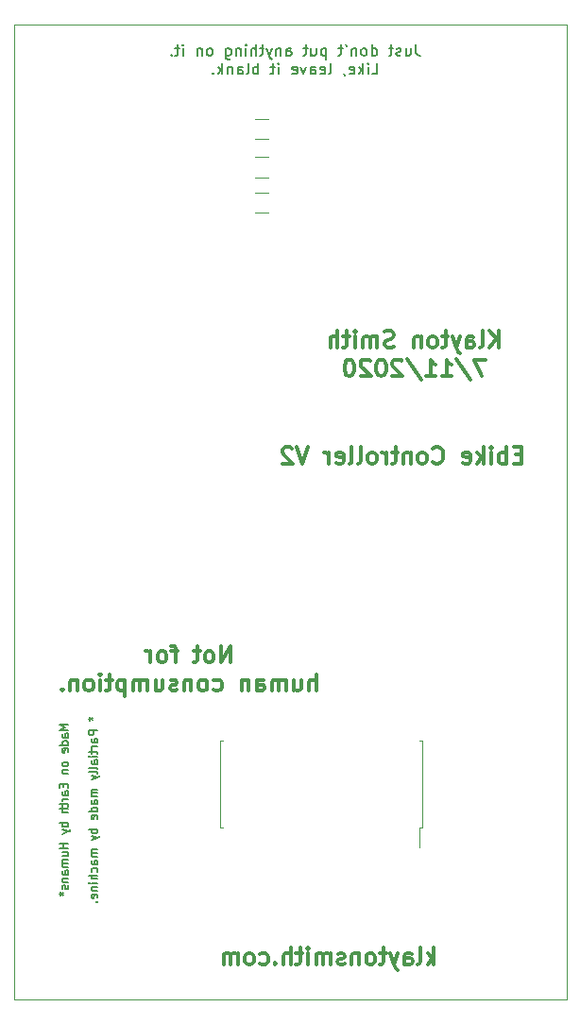
<source format=gbr>
G04 #@! TF.GenerationSoftware,KiCad,Pcbnew,(5.1.5)-3*
G04 #@! TF.CreationDate,2020-08-07T20:28:23-04:00*
G04 #@! TF.ProjectId,Ebike Board,4562696b-6520-4426-9f61-72642e6b6963,rev?*
G04 #@! TF.SameCoordinates,Original*
G04 #@! TF.FileFunction,Legend,Bot*
G04 #@! TF.FilePolarity,Positive*
%FSLAX46Y46*%
G04 Gerber Fmt 4.6, Leading zero omitted, Abs format (unit mm)*
G04 Created by KiCad (PCBNEW (5.1.5)-3) date 2020-08-07 20:28:23*
%MOMM*%
%LPD*%
G04 APERTURE LIST*
%ADD10C,0.050000*%
%ADD11C,0.300000*%
%ADD12C,0.150000*%
%ADD13C,0.187500*%
%ADD14C,0.120000*%
G04 APERTURE END LIST*
D10*
X111000000Y-157100000D02*
X111000000Y-69700000D01*
X160500000Y-157100000D02*
X111000000Y-157100000D01*
X160500000Y-69700000D02*
X160500000Y-157100000D01*
X111000000Y-69700000D02*
X160500000Y-69700000D01*
D11*
X148628571Y-153978571D02*
X148628571Y-152478571D01*
X148485714Y-153407142D02*
X148057142Y-153978571D01*
X148057142Y-152978571D02*
X148628571Y-153550000D01*
X147200000Y-153978571D02*
X147342857Y-153907142D01*
X147414285Y-153764285D01*
X147414285Y-152478571D01*
X145985714Y-153978571D02*
X145985714Y-153192857D01*
X146057142Y-153050000D01*
X146200000Y-152978571D01*
X146485714Y-152978571D01*
X146628571Y-153050000D01*
X145985714Y-153907142D02*
X146128571Y-153978571D01*
X146485714Y-153978571D01*
X146628571Y-153907142D01*
X146700000Y-153764285D01*
X146700000Y-153621428D01*
X146628571Y-153478571D01*
X146485714Y-153407142D01*
X146128571Y-153407142D01*
X145985714Y-153335714D01*
X145414285Y-152978571D02*
X145057142Y-153978571D01*
X144700000Y-152978571D02*
X145057142Y-153978571D01*
X145200000Y-154335714D01*
X145271428Y-154407142D01*
X145414285Y-154478571D01*
X144342857Y-152978571D02*
X143771428Y-152978571D01*
X144128571Y-152478571D02*
X144128571Y-153764285D01*
X144057142Y-153907142D01*
X143914285Y-153978571D01*
X143771428Y-153978571D01*
X143057142Y-153978571D02*
X143200000Y-153907142D01*
X143271428Y-153835714D01*
X143342857Y-153692857D01*
X143342857Y-153264285D01*
X143271428Y-153121428D01*
X143200000Y-153050000D01*
X143057142Y-152978571D01*
X142842857Y-152978571D01*
X142700000Y-153050000D01*
X142628571Y-153121428D01*
X142557142Y-153264285D01*
X142557142Y-153692857D01*
X142628571Y-153835714D01*
X142700000Y-153907142D01*
X142842857Y-153978571D01*
X143057142Y-153978571D01*
X141914285Y-152978571D02*
X141914285Y-153978571D01*
X141914285Y-153121428D02*
X141842857Y-153050000D01*
X141700000Y-152978571D01*
X141485714Y-152978571D01*
X141342857Y-153050000D01*
X141271428Y-153192857D01*
X141271428Y-153978571D01*
X140628571Y-153907142D02*
X140485714Y-153978571D01*
X140200000Y-153978571D01*
X140057142Y-153907142D01*
X139985714Y-153764285D01*
X139985714Y-153692857D01*
X140057142Y-153550000D01*
X140200000Y-153478571D01*
X140414285Y-153478571D01*
X140557142Y-153407142D01*
X140628571Y-153264285D01*
X140628571Y-153192857D01*
X140557142Y-153050000D01*
X140414285Y-152978571D01*
X140200000Y-152978571D01*
X140057142Y-153050000D01*
X139342857Y-153978571D02*
X139342857Y-152978571D01*
X139342857Y-153121428D02*
X139271428Y-153050000D01*
X139128571Y-152978571D01*
X138914285Y-152978571D01*
X138771428Y-153050000D01*
X138700000Y-153192857D01*
X138700000Y-153978571D01*
X138700000Y-153192857D02*
X138628571Y-153050000D01*
X138485714Y-152978571D01*
X138271428Y-152978571D01*
X138128571Y-153050000D01*
X138057142Y-153192857D01*
X138057142Y-153978571D01*
X137342857Y-153978571D02*
X137342857Y-152978571D01*
X137342857Y-152478571D02*
X137414285Y-152550000D01*
X137342857Y-152621428D01*
X137271428Y-152550000D01*
X137342857Y-152478571D01*
X137342857Y-152621428D01*
X136842857Y-152978571D02*
X136271428Y-152978571D01*
X136628571Y-152478571D02*
X136628571Y-153764285D01*
X136557142Y-153907142D01*
X136414285Y-153978571D01*
X136271428Y-153978571D01*
X135771428Y-153978571D02*
X135771428Y-152478571D01*
X135128571Y-153978571D02*
X135128571Y-153192857D01*
X135200000Y-153050000D01*
X135342857Y-152978571D01*
X135557142Y-152978571D01*
X135700000Y-153050000D01*
X135771428Y-153121428D01*
X134414285Y-153835714D02*
X134342857Y-153907142D01*
X134414285Y-153978571D01*
X134485714Y-153907142D01*
X134414285Y-153835714D01*
X134414285Y-153978571D01*
X133057142Y-153907142D02*
X133200000Y-153978571D01*
X133485714Y-153978571D01*
X133628571Y-153907142D01*
X133700000Y-153835714D01*
X133771428Y-153692857D01*
X133771428Y-153264285D01*
X133700000Y-153121428D01*
X133628571Y-153050000D01*
X133485714Y-152978571D01*
X133200000Y-152978571D01*
X133057142Y-153050000D01*
X132200000Y-153978571D02*
X132342857Y-153907142D01*
X132414285Y-153835714D01*
X132485714Y-153692857D01*
X132485714Y-153264285D01*
X132414285Y-153121428D01*
X132342857Y-153050000D01*
X132200000Y-152978571D01*
X131985714Y-152978571D01*
X131842857Y-153050000D01*
X131771428Y-153121428D01*
X131700000Y-153264285D01*
X131700000Y-153692857D01*
X131771428Y-153835714D01*
X131842857Y-153907142D01*
X131985714Y-153978571D01*
X132200000Y-153978571D01*
X131057142Y-153978571D02*
X131057142Y-152978571D01*
X131057142Y-153121428D02*
X130985714Y-153050000D01*
X130842857Y-152978571D01*
X130628571Y-152978571D01*
X130485714Y-153050000D01*
X130414285Y-153192857D01*
X130414285Y-153978571D01*
X130414285Y-153192857D02*
X130342857Y-153050000D01*
X130200000Y-152978571D01*
X129985714Y-152978571D01*
X129842857Y-153050000D01*
X129771428Y-153192857D01*
X129771428Y-153978571D01*
D12*
X147009523Y-71527380D02*
X147009523Y-72241666D01*
X147057142Y-72384523D01*
X147152380Y-72479761D01*
X147295238Y-72527380D01*
X147390476Y-72527380D01*
X146104761Y-71860714D02*
X146104761Y-72527380D01*
X146533333Y-71860714D02*
X146533333Y-72384523D01*
X146485714Y-72479761D01*
X146390476Y-72527380D01*
X146247619Y-72527380D01*
X146152380Y-72479761D01*
X146104761Y-72432142D01*
X145676190Y-72479761D02*
X145580952Y-72527380D01*
X145390476Y-72527380D01*
X145295238Y-72479761D01*
X145247619Y-72384523D01*
X145247619Y-72336904D01*
X145295238Y-72241666D01*
X145390476Y-72194047D01*
X145533333Y-72194047D01*
X145628571Y-72146428D01*
X145676190Y-72051190D01*
X145676190Y-72003571D01*
X145628571Y-71908333D01*
X145533333Y-71860714D01*
X145390476Y-71860714D01*
X145295238Y-71908333D01*
X144961904Y-71860714D02*
X144580952Y-71860714D01*
X144819047Y-71527380D02*
X144819047Y-72384523D01*
X144771428Y-72479761D01*
X144676190Y-72527380D01*
X144580952Y-72527380D01*
X143057142Y-72527380D02*
X143057142Y-71527380D01*
X143057142Y-72479761D02*
X143152380Y-72527380D01*
X143342857Y-72527380D01*
X143438095Y-72479761D01*
X143485714Y-72432142D01*
X143533333Y-72336904D01*
X143533333Y-72051190D01*
X143485714Y-71955952D01*
X143438095Y-71908333D01*
X143342857Y-71860714D01*
X143152380Y-71860714D01*
X143057142Y-71908333D01*
X142438095Y-72527380D02*
X142533333Y-72479761D01*
X142580952Y-72432142D01*
X142628571Y-72336904D01*
X142628571Y-72051190D01*
X142580952Y-71955952D01*
X142533333Y-71908333D01*
X142438095Y-71860714D01*
X142295238Y-71860714D01*
X142200000Y-71908333D01*
X142152380Y-71955952D01*
X142104761Y-72051190D01*
X142104761Y-72336904D01*
X142152380Y-72432142D01*
X142200000Y-72479761D01*
X142295238Y-72527380D01*
X142438095Y-72527380D01*
X141676190Y-71860714D02*
X141676190Y-72527380D01*
X141676190Y-71955952D02*
X141628571Y-71908333D01*
X141533333Y-71860714D01*
X141390476Y-71860714D01*
X141295238Y-71908333D01*
X141247619Y-72003571D01*
X141247619Y-72527380D01*
X140723809Y-71527380D02*
X140819047Y-71717857D01*
X140438095Y-71860714D02*
X140057142Y-71860714D01*
X140295238Y-71527380D02*
X140295238Y-72384523D01*
X140247619Y-72479761D01*
X140152380Y-72527380D01*
X140057142Y-72527380D01*
X138961904Y-71860714D02*
X138961904Y-72860714D01*
X138961904Y-71908333D02*
X138866666Y-71860714D01*
X138676190Y-71860714D01*
X138580952Y-71908333D01*
X138533333Y-71955952D01*
X138485714Y-72051190D01*
X138485714Y-72336904D01*
X138533333Y-72432142D01*
X138580952Y-72479761D01*
X138676190Y-72527380D01*
X138866666Y-72527380D01*
X138961904Y-72479761D01*
X137628571Y-71860714D02*
X137628571Y-72527380D01*
X138057142Y-71860714D02*
X138057142Y-72384523D01*
X138009523Y-72479761D01*
X137914285Y-72527380D01*
X137771428Y-72527380D01*
X137676190Y-72479761D01*
X137628571Y-72432142D01*
X137295238Y-71860714D02*
X136914285Y-71860714D01*
X137152380Y-71527380D02*
X137152380Y-72384523D01*
X137104761Y-72479761D01*
X137009523Y-72527380D01*
X136914285Y-72527380D01*
X135390476Y-72527380D02*
X135390476Y-72003571D01*
X135438095Y-71908333D01*
X135533333Y-71860714D01*
X135723809Y-71860714D01*
X135819047Y-71908333D01*
X135390476Y-72479761D02*
X135485714Y-72527380D01*
X135723809Y-72527380D01*
X135819047Y-72479761D01*
X135866666Y-72384523D01*
X135866666Y-72289285D01*
X135819047Y-72194047D01*
X135723809Y-72146428D01*
X135485714Y-72146428D01*
X135390476Y-72098809D01*
X134914285Y-71860714D02*
X134914285Y-72527380D01*
X134914285Y-71955952D02*
X134866666Y-71908333D01*
X134771428Y-71860714D01*
X134628571Y-71860714D01*
X134533333Y-71908333D01*
X134485714Y-72003571D01*
X134485714Y-72527380D01*
X134104761Y-71860714D02*
X133866666Y-72527380D01*
X133628571Y-71860714D02*
X133866666Y-72527380D01*
X133961904Y-72765476D01*
X134009523Y-72813095D01*
X134104761Y-72860714D01*
X133390476Y-71860714D02*
X133009523Y-71860714D01*
X133247619Y-71527380D02*
X133247619Y-72384523D01*
X133200000Y-72479761D01*
X133104761Y-72527380D01*
X133009523Y-72527380D01*
X132676190Y-72527380D02*
X132676190Y-71527380D01*
X132247619Y-72527380D02*
X132247619Y-72003571D01*
X132295238Y-71908333D01*
X132390476Y-71860714D01*
X132533333Y-71860714D01*
X132628571Y-71908333D01*
X132676190Y-71955952D01*
X131771428Y-72527380D02*
X131771428Y-71860714D01*
X131771428Y-71527380D02*
X131819047Y-71575000D01*
X131771428Y-71622619D01*
X131723809Y-71575000D01*
X131771428Y-71527380D01*
X131771428Y-71622619D01*
X131295238Y-71860714D02*
X131295238Y-72527380D01*
X131295238Y-71955952D02*
X131247619Y-71908333D01*
X131152380Y-71860714D01*
X131009523Y-71860714D01*
X130914285Y-71908333D01*
X130866666Y-72003571D01*
X130866666Y-72527380D01*
X129961904Y-71860714D02*
X129961904Y-72670238D01*
X130009523Y-72765476D01*
X130057142Y-72813095D01*
X130152380Y-72860714D01*
X130295238Y-72860714D01*
X130390476Y-72813095D01*
X129961904Y-72479761D02*
X130057142Y-72527380D01*
X130247619Y-72527380D01*
X130342857Y-72479761D01*
X130390476Y-72432142D01*
X130438095Y-72336904D01*
X130438095Y-72051190D01*
X130390476Y-71955952D01*
X130342857Y-71908333D01*
X130247619Y-71860714D01*
X130057142Y-71860714D01*
X129961904Y-71908333D01*
X128580952Y-72527380D02*
X128676190Y-72479761D01*
X128723809Y-72432142D01*
X128771428Y-72336904D01*
X128771428Y-72051190D01*
X128723809Y-71955952D01*
X128676190Y-71908333D01*
X128580952Y-71860714D01*
X128438095Y-71860714D01*
X128342857Y-71908333D01*
X128295238Y-71955952D01*
X128247619Y-72051190D01*
X128247619Y-72336904D01*
X128295238Y-72432142D01*
X128342857Y-72479761D01*
X128438095Y-72527380D01*
X128580952Y-72527380D01*
X127819047Y-71860714D02*
X127819047Y-72527380D01*
X127819047Y-71955952D02*
X127771428Y-71908333D01*
X127676190Y-71860714D01*
X127533333Y-71860714D01*
X127438095Y-71908333D01*
X127390476Y-72003571D01*
X127390476Y-72527380D01*
X126152380Y-72527380D02*
X126152380Y-71860714D01*
X126152380Y-71527380D02*
X126200000Y-71575000D01*
X126152380Y-71622619D01*
X126104761Y-71575000D01*
X126152380Y-71527380D01*
X126152380Y-71622619D01*
X125819047Y-71860714D02*
X125438095Y-71860714D01*
X125676190Y-71527380D02*
X125676190Y-72384523D01*
X125628571Y-72479761D01*
X125533333Y-72527380D01*
X125438095Y-72527380D01*
X125104761Y-72432142D02*
X125057142Y-72479761D01*
X125104761Y-72527380D01*
X125152380Y-72479761D01*
X125104761Y-72432142D01*
X125104761Y-72527380D01*
X143080952Y-74177380D02*
X143557142Y-74177380D01*
X143557142Y-73177380D01*
X142747619Y-74177380D02*
X142747619Y-73510714D01*
X142747619Y-73177380D02*
X142795238Y-73225000D01*
X142747619Y-73272619D01*
X142700000Y-73225000D01*
X142747619Y-73177380D01*
X142747619Y-73272619D01*
X142271428Y-74177380D02*
X142271428Y-73177380D01*
X142176190Y-73796428D02*
X141890476Y-74177380D01*
X141890476Y-73510714D02*
X142271428Y-73891666D01*
X141080952Y-74129761D02*
X141176190Y-74177380D01*
X141366666Y-74177380D01*
X141461904Y-74129761D01*
X141509523Y-74034523D01*
X141509523Y-73653571D01*
X141461904Y-73558333D01*
X141366666Y-73510714D01*
X141176190Y-73510714D01*
X141080952Y-73558333D01*
X141033333Y-73653571D01*
X141033333Y-73748809D01*
X141509523Y-73844047D01*
X140557142Y-74129761D02*
X140557142Y-74177380D01*
X140604761Y-74272619D01*
X140652380Y-74320238D01*
X139223809Y-74177380D02*
X139319047Y-74129761D01*
X139366666Y-74034523D01*
X139366666Y-73177380D01*
X138461904Y-74129761D02*
X138557142Y-74177380D01*
X138747619Y-74177380D01*
X138842857Y-74129761D01*
X138890476Y-74034523D01*
X138890476Y-73653571D01*
X138842857Y-73558333D01*
X138747619Y-73510714D01*
X138557142Y-73510714D01*
X138461904Y-73558333D01*
X138414285Y-73653571D01*
X138414285Y-73748809D01*
X138890476Y-73844047D01*
X137557142Y-74177380D02*
X137557142Y-73653571D01*
X137604761Y-73558333D01*
X137700000Y-73510714D01*
X137890476Y-73510714D01*
X137985714Y-73558333D01*
X137557142Y-74129761D02*
X137652380Y-74177380D01*
X137890476Y-74177380D01*
X137985714Y-74129761D01*
X138033333Y-74034523D01*
X138033333Y-73939285D01*
X137985714Y-73844047D01*
X137890476Y-73796428D01*
X137652380Y-73796428D01*
X137557142Y-73748809D01*
X137176190Y-73510714D02*
X136938095Y-74177380D01*
X136700000Y-73510714D01*
X135938095Y-74129761D02*
X136033333Y-74177380D01*
X136223809Y-74177380D01*
X136319047Y-74129761D01*
X136366666Y-74034523D01*
X136366666Y-73653571D01*
X136319047Y-73558333D01*
X136223809Y-73510714D01*
X136033333Y-73510714D01*
X135938095Y-73558333D01*
X135890476Y-73653571D01*
X135890476Y-73748809D01*
X136366666Y-73844047D01*
X134700000Y-74177380D02*
X134700000Y-73510714D01*
X134700000Y-73177380D02*
X134747619Y-73225000D01*
X134700000Y-73272619D01*
X134652380Y-73225000D01*
X134700000Y-73177380D01*
X134700000Y-73272619D01*
X134366666Y-73510714D02*
X133985714Y-73510714D01*
X134223809Y-73177380D02*
X134223809Y-74034523D01*
X134176190Y-74129761D01*
X134080952Y-74177380D01*
X133985714Y-74177380D01*
X132890476Y-74177380D02*
X132890476Y-73177380D01*
X132890476Y-73558333D02*
X132795238Y-73510714D01*
X132604761Y-73510714D01*
X132509523Y-73558333D01*
X132461904Y-73605952D01*
X132414285Y-73701190D01*
X132414285Y-73986904D01*
X132461904Y-74082142D01*
X132509523Y-74129761D01*
X132604761Y-74177380D01*
X132795238Y-74177380D01*
X132890476Y-74129761D01*
X131842857Y-74177380D02*
X131938095Y-74129761D01*
X131985714Y-74034523D01*
X131985714Y-73177380D01*
X131033333Y-74177380D02*
X131033333Y-73653571D01*
X131080952Y-73558333D01*
X131176190Y-73510714D01*
X131366666Y-73510714D01*
X131461904Y-73558333D01*
X131033333Y-74129761D02*
X131128571Y-74177380D01*
X131366666Y-74177380D01*
X131461904Y-74129761D01*
X131509523Y-74034523D01*
X131509523Y-73939285D01*
X131461904Y-73844047D01*
X131366666Y-73796428D01*
X131128571Y-73796428D01*
X131033333Y-73748809D01*
X130557142Y-73510714D02*
X130557142Y-74177380D01*
X130557142Y-73605952D02*
X130509523Y-73558333D01*
X130414285Y-73510714D01*
X130271428Y-73510714D01*
X130176190Y-73558333D01*
X130128571Y-73653571D01*
X130128571Y-74177380D01*
X129652380Y-74177380D02*
X129652380Y-73177380D01*
X129557142Y-73796428D02*
X129271428Y-74177380D01*
X129271428Y-73510714D02*
X129652380Y-73891666D01*
X128842857Y-74082142D02*
X128795238Y-74129761D01*
X128842857Y-74177380D01*
X128890476Y-74129761D01*
X128842857Y-74082142D01*
X128842857Y-74177380D01*
D13*
X115826785Y-132439285D02*
X115076785Y-132439285D01*
X115612500Y-132689285D01*
X115076785Y-132939285D01*
X115826785Y-132939285D01*
X115826785Y-133617857D02*
X115433928Y-133617857D01*
X115362500Y-133582142D01*
X115326785Y-133510714D01*
X115326785Y-133367857D01*
X115362500Y-133296428D01*
X115791071Y-133617857D02*
X115826785Y-133546428D01*
X115826785Y-133367857D01*
X115791071Y-133296428D01*
X115719642Y-133260714D01*
X115648214Y-133260714D01*
X115576785Y-133296428D01*
X115541071Y-133367857D01*
X115541071Y-133546428D01*
X115505357Y-133617857D01*
X115826785Y-134296428D02*
X115076785Y-134296428D01*
X115791071Y-134296428D02*
X115826785Y-134225000D01*
X115826785Y-134082142D01*
X115791071Y-134010714D01*
X115755357Y-133975000D01*
X115683928Y-133939285D01*
X115469642Y-133939285D01*
X115398214Y-133975000D01*
X115362500Y-134010714D01*
X115326785Y-134082142D01*
X115326785Y-134225000D01*
X115362500Y-134296428D01*
X115791071Y-134939285D02*
X115826785Y-134867857D01*
X115826785Y-134725000D01*
X115791071Y-134653571D01*
X115719642Y-134617857D01*
X115433928Y-134617857D01*
X115362500Y-134653571D01*
X115326785Y-134725000D01*
X115326785Y-134867857D01*
X115362500Y-134939285D01*
X115433928Y-134975000D01*
X115505357Y-134975000D01*
X115576785Y-134617857D01*
X115826785Y-135975000D02*
X115791071Y-135903571D01*
X115755357Y-135867857D01*
X115683928Y-135832142D01*
X115469642Y-135832142D01*
X115398214Y-135867857D01*
X115362500Y-135903571D01*
X115326785Y-135975000D01*
X115326785Y-136082142D01*
X115362500Y-136153571D01*
X115398214Y-136189285D01*
X115469642Y-136225000D01*
X115683928Y-136225000D01*
X115755357Y-136189285D01*
X115791071Y-136153571D01*
X115826785Y-136082142D01*
X115826785Y-135975000D01*
X115326785Y-136546428D02*
X115826785Y-136546428D01*
X115398214Y-136546428D02*
X115362500Y-136582142D01*
X115326785Y-136653571D01*
X115326785Y-136760714D01*
X115362500Y-136832142D01*
X115433928Y-136867857D01*
X115826785Y-136867857D01*
X115433928Y-137796428D02*
X115433928Y-138046428D01*
X115826785Y-138153571D02*
X115826785Y-137796428D01*
X115076785Y-137796428D01*
X115076785Y-138153571D01*
X115826785Y-138796428D02*
X115433928Y-138796428D01*
X115362500Y-138760714D01*
X115326785Y-138689285D01*
X115326785Y-138546428D01*
X115362500Y-138475000D01*
X115791071Y-138796428D02*
X115826785Y-138725000D01*
X115826785Y-138546428D01*
X115791071Y-138475000D01*
X115719642Y-138439285D01*
X115648214Y-138439285D01*
X115576785Y-138475000D01*
X115541071Y-138546428D01*
X115541071Y-138725000D01*
X115505357Y-138796428D01*
X115826785Y-139153571D02*
X115326785Y-139153571D01*
X115469642Y-139153571D02*
X115398214Y-139189285D01*
X115362500Y-139225000D01*
X115326785Y-139296428D01*
X115326785Y-139367857D01*
X115326785Y-139510714D02*
X115326785Y-139796428D01*
X115076785Y-139617857D02*
X115719642Y-139617857D01*
X115791071Y-139653571D01*
X115826785Y-139725000D01*
X115826785Y-139796428D01*
X115826785Y-140046428D02*
X115076785Y-140046428D01*
X115826785Y-140367857D02*
X115433928Y-140367857D01*
X115362500Y-140332142D01*
X115326785Y-140260714D01*
X115326785Y-140153571D01*
X115362500Y-140082142D01*
X115398214Y-140046428D01*
X115826785Y-141296428D02*
X115076785Y-141296428D01*
X115362500Y-141296428D02*
X115326785Y-141367857D01*
X115326785Y-141510714D01*
X115362500Y-141582142D01*
X115398214Y-141617857D01*
X115469642Y-141653571D01*
X115683928Y-141653571D01*
X115755357Y-141617857D01*
X115791071Y-141582142D01*
X115826785Y-141510714D01*
X115826785Y-141367857D01*
X115791071Y-141296428D01*
X115326785Y-141903571D02*
X115826785Y-142082142D01*
X115326785Y-142260714D02*
X115826785Y-142082142D01*
X116005357Y-142010714D01*
X116041071Y-141975000D01*
X116076785Y-141903571D01*
X115826785Y-143117857D02*
X115076785Y-143117857D01*
X115433928Y-143117857D02*
X115433928Y-143546428D01*
X115826785Y-143546428D02*
X115076785Y-143546428D01*
X115326785Y-144225000D02*
X115826785Y-144225000D01*
X115326785Y-143903571D02*
X115719642Y-143903571D01*
X115791071Y-143939285D01*
X115826785Y-144010714D01*
X115826785Y-144117857D01*
X115791071Y-144189285D01*
X115755357Y-144225000D01*
X115826785Y-144582142D02*
X115326785Y-144582142D01*
X115398214Y-144582142D02*
X115362500Y-144617857D01*
X115326785Y-144689285D01*
X115326785Y-144796428D01*
X115362500Y-144867857D01*
X115433928Y-144903571D01*
X115826785Y-144903571D01*
X115433928Y-144903571D02*
X115362500Y-144939285D01*
X115326785Y-145010714D01*
X115326785Y-145117857D01*
X115362500Y-145189285D01*
X115433928Y-145225000D01*
X115826785Y-145225000D01*
X115826785Y-145903571D02*
X115433928Y-145903571D01*
X115362500Y-145867857D01*
X115326785Y-145796428D01*
X115326785Y-145653571D01*
X115362500Y-145582142D01*
X115791071Y-145903571D02*
X115826785Y-145832142D01*
X115826785Y-145653571D01*
X115791071Y-145582142D01*
X115719642Y-145546428D01*
X115648214Y-145546428D01*
X115576785Y-145582142D01*
X115541071Y-145653571D01*
X115541071Y-145832142D01*
X115505357Y-145903571D01*
X115326785Y-146260714D02*
X115826785Y-146260714D01*
X115398214Y-146260714D02*
X115362500Y-146296428D01*
X115326785Y-146367857D01*
X115326785Y-146475000D01*
X115362500Y-146546428D01*
X115433928Y-146582142D01*
X115826785Y-146582142D01*
X115791071Y-146903571D02*
X115826785Y-146975000D01*
X115826785Y-147117857D01*
X115791071Y-147189285D01*
X115719642Y-147225000D01*
X115683928Y-147225000D01*
X115612500Y-147189285D01*
X115576785Y-147117857D01*
X115576785Y-147010714D01*
X115541071Y-146939285D01*
X115469642Y-146903571D01*
X115433928Y-146903571D01*
X115362500Y-146939285D01*
X115326785Y-147010714D01*
X115326785Y-147117857D01*
X115362500Y-147189285D01*
X115076785Y-147653571D02*
X115255357Y-147653571D01*
X115183928Y-147475000D02*
X115255357Y-147653571D01*
X115183928Y-147832142D01*
X115398214Y-147546428D02*
X115255357Y-147653571D01*
X115398214Y-147760714D01*
X117701785Y-131957142D02*
X117880357Y-131957142D01*
X117808928Y-131778571D02*
X117880357Y-131957142D01*
X117808928Y-132135714D01*
X118023214Y-131850000D02*
X117880357Y-131957142D01*
X118023214Y-132064285D01*
X118451785Y-132992857D02*
X117701785Y-132992857D01*
X117701785Y-133278571D01*
X117737500Y-133350000D01*
X117773214Y-133385714D01*
X117844642Y-133421428D01*
X117951785Y-133421428D01*
X118023214Y-133385714D01*
X118058928Y-133350000D01*
X118094642Y-133278571D01*
X118094642Y-132992857D01*
X118451785Y-134064285D02*
X118058928Y-134064285D01*
X117987500Y-134028571D01*
X117951785Y-133957142D01*
X117951785Y-133814285D01*
X117987500Y-133742857D01*
X118416071Y-134064285D02*
X118451785Y-133992857D01*
X118451785Y-133814285D01*
X118416071Y-133742857D01*
X118344642Y-133707142D01*
X118273214Y-133707142D01*
X118201785Y-133742857D01*
X118166071Y-133814285D01*
X118166071Y-133992857D01*
X118130357Y-134064285D01*
X118451785Y-134421428D02*
X117951785Y-134421428D01*
X118094642Y-134421428D02*
X118023214Y-134457142D01*
X117987500Y-134492857D01*
X117951785Y-134564285D01*
X117951785Y-134635714D01*
X117951785Y-134778571D02*
X117951785Y-135064285D01*
X117701785Y-134885714D02*
X118344642Y-134885714D01*
X118416071Y-134921428D01*
X118451785Y-134992857D01*
X118451785Y-135064285D01*
X118451785Y-135314285D02*
X117951785Y-135314285D01*
X117701785Y-135314285D02*
X117737500Y-135278571D01*
X117773214Y-135314285D01*
X117737500Y-135350000D01*
X117701785Y-135314285D01*
X117773214Y-135314285D01*
X118451785Y-135992857D02*
X118058928Y-135992857D01*
X117987500Y-135957142D01*
X117951785Y-135885714D01*
X117951785Y-135742857D01*
X117987500Y-135671428D01*
X118416071Y-135992857D02*
X118451785Y-135921428D01*
X118451785Y-135742857D01*
X118416071Y-135671428D01*
X118344642Y-135635714D01*
X118273214Y-135635714D01*
X118201785Y-135671428D01*
X118166071Y-135742857D01*
X118166071Y-135921428D01*
X118130357Y-135992857D01*
X118451785Y-136457142D02*
X118416071Y-136385714D01*
X118344642Y-136350000D01*
X117701785Y-136350000D01*
X118451785Y-136850000D02*
X118416071Y-136778571D01*
X118344642Y-136742857D01*
X117701785Y-136742857D01*
X117951785Y-137064285D02*
X118451785Y-137242857D01*
X117951785Y-137421428D02*
X118451785Y-137242857D01*
X118630357Y-137171428D01*
X118666071Y-137135714D01*
X118701785Y-137064285D01*
X118451785Y-138278571D02*
X117951785Y-138278571D01*
X118023214Y-138278571D02*
X117987500Y-138314285D01*
X117951785Y-138385714D01*
X117951785Y-138492857D01*
X117987500Y-138564285D01*
X118058928Y-138600000D01*
X118451785Y-138600000D01*
X118058928Y-138600000D02*
X117987500Y-138635714D01*
X117951785Y-138707142D01*
X117951785Y-138814285D01*
X117987500Y-138885714D01*
X118058928Y-138921428D01*
X118451785Y-138921428D01*
X118451785Y-139600000D02*
X118058928Y-139600000D01*
X117987500Y-139564285D01*
X117951785Y-139492857D01*
X117951785Y-139350000D01*
X117987500Y-139278571D01*
X118416071Y-139600000D02*
X118451785Y-139528571D01*
X118451785Y-139350000D01*
X118416071Y-139278571D01*
X118344642Y-139242857D01*
X118273214Y-139242857D01*
X118201785Y-139278571D01*
X118166071Y-139350000D01*
X118166071Y-139528571D01*
X118130357Y-139600000D01*
X118451785Y-140278571D02*
X117701785Y-140278571D01*
X118416071Y-140278571D02*
X118451785Y-140207142D01*
X118451785Y-140064285D01*
X118416071Y-139992857D01*
X118380357Y-139957142D01*
X118308928Y-139921428D01*
X118094642Y-139921428D01*
X118023214Y-139957142D01*
X117987500Y-139992857D01*
X117951785Y-140064285D01*
X117951785Y-140207142D01*
X117987500Y-140278571D01*
X118416071Y-140921428D02*
X118451785Y-140850000D01*
X118451785Y-140707142D01*
X118416071Y-140635714D01*
X118344642Y-140600000D01*
X118058928Y-140600000D01*
X117987500Y-140635714D01*
X117951785Y-140707142D01*
X117951785Y-140850000D01*
X117987500Y-140921428D01*
X118058928Y-140957142D01*
X118130357Y-140957142D01*
X118201785Y-140600000D01*
X118451785Y-141850000D02*
X117701785Y-141850000D01*
X117987500Y-141850000D02*
X117951785Y-141921428D01*
X117951785Y-142064285D01*
X117987500Y-142135714D01*
X118023214Y-142171428D01*
X118094642Y-142207142D01*
X118308928Y-142207142D01*
X118380357Y-142171428D01*
X118416071Y-142135714D01*
X118451785Y-142064285D01*
X118451785Y-141921428D01*
X118416071Y-141850000D01*
X117951785Y-142457142D02*
X118451785Y-142635714D01*
X117951785Y-142814285D02*
X118451785Y-142635714D01*
X118630357Y-142564285D01*
X118666071Y-142528571D01*
X118701785Y-142457142D01*
X118451785Y-143671428D02*
X117951785Y-143671428D01*
X118023214Y-143671428D02*
X117987500Y-143707142D01*
X117951785Y-143778571D01*
X117951785Y-143885714D01*
X117987500Y-143957142D01*
X118058928Y-143992857D01*
X118451785Y-143992857D01*
X118058928Y-143992857D02*
X117987500Y-144028571D01*
X117951785Y-144100000D01*
X117951785Y-144207142D01*
X117987500Y-144278571D01*
X118058928Y-144314285D01*
X118451785Y-144314285D01*
X118451785Y-144992857D02*
X118058928Y-144992857D01*
X117987500Y-144957142D01*
X117951785Y-144885714D01*
X117951785Y-144742857D01*
X117987500Y-144671428D01*
X118416071Y-144992857D02*
X118451785Y-144921428D01*
X118451785Y-144742857D01*
X118416071Y-144671428D01*
X118344642Y-144635714D01*
X118273214Y-144635714D01*
X118201785Y-144671428D01*
X118166071Y-144742857D01*
X118166071Y-144921428D01*
X118130357Y-144992857D01*
X118416071Y-145671428D02*
X118451785Y-145600000D01*
X118451785Y-145457142D01*
X118416071Y-145385714D01*
X118380357Y-145350000D01*
X118308928Y-145314285D01*
X118094642Y-145314285D01*
X118023214Y-145350000D01*
X117987500Y-145385714D01*
X117951785Y-145457142D01*
X117951785Y-145600000D01*
X117987500Y-145671428D01*
X118451785Y-145992857D02*
X117701785Y-145992857D01*
X118451785Y-146314285D02*
X118058928Y-146314285D01*
X117987500Y-146278571D01*
X117951785Y-146207142D01*
X117951785Y-146100000D01*
X117987500Y-146028571D01*
X118023214Y-145992857D01*
X118451785Y-146671428D02*
X117951785Y-146671428D01*
X117701785Y-146671428D02*
X117737500Y-146635714D01*
X117773214Y-146671428D01*
X117737500Y-146707142D01*
X117701785Y-146671428D01*
X117773214Y-146671428D01*
X117951785Y-147028571D02*
X118451785Y-147028571D01*
X118023214Y-147028571D02*
X117987500Y-147064285D01*
X117951785Y-147135714D01*
X117951785Y-147242857D01*
X117987500Y-147314285D01*
X118058928Y-147350000D01*
X118451785Y-147350000D01*
X118416071Y-147992857D02*
X118451785Y-147921428D01*
X118451785Y-147778571D01*
X118416071Y-147707142D01*
X118344642Y-147671428D01*
X118058928Y-147671428D01*
X117987500Y-147707142D01*
X117951785Y-147778571D01*
X117951785Y-147921428D01*
X117987500Y-147992857D01*
X118058928Y-148028571D01*
X118130357Y-148028571D01*
X118201785Y-147671428D01*
X118380357Y-148350000D02*
X118416071Y-148385714D01*
X118451785Y-148350000D01*
X118416071Y-148314285D01*
X118380357Y-148350000D01*
X118451785Y-148350000D01*
D11*
X130378571Y-126903571D02*
X130378571Y-125403571D01*
X129521428Y-126903571D01*
X129521428Y-125403571D01*
X128592857Y-126903571D02*
X128735714Y-126832142D01*
X128807142Y-126760714D01*
X128878571Y-126617857D01*
X128878571Y-126189285D01*
X128807142Y-126046428D01*
X128735714Y-125975000D01*
X128592857Y-125903571D01*
X128378571Y-125903571D01*
X128235714Y-125975000D01*
X128164285Y-126046428D01*
X128092857Y-126189285D01*
X128092857Y-126617857D01*
X128164285Y-126760714D01*
X128235714Y-126832142D01*
X128378571Y-126903571D01*
X128592857Y-126903571D01*
X127664285Y-125903571D02*
X127092857Y-125903571D01*
X127450000Y-125403571D02*
X127450000Y-126689285D01*
X127378571Y-126832142D01*
X127235714Y-126903571D01*
X127092857Y-126903571D01*
X125664285Y-125903571D02*
X125092857Y-125903571D01*
X125450000Y-126903571D02*
X125450000Y-125617857D01*
X125378571Y-125475000D01*
X125235714Y-125403571D01*
X125092857Y-125403571D01*
X124378571Y-126903571D02*
X124521428Y-126832142D01*
X124592857Y-126760714D01*
X124664285Y-126617857D01*
X124664285Y-126189285D01*
X124592857Y-126046428D01*
X124521428Y-125975000D01*
X124378571Y-125903571D01*
X124164285Y-125903571D01*
X124021428Y-125975000D01*
X123950000Y-126046428D01*
X123878571Y-126189285D01*
X123878571Y-126617857D01*
X123950000Y-126760714D01*
X124021428Y-126832142D01*
X124164285Y-126903571D01*
X124378571Y-126903571D01*
X123235714Y-126903571D02*
X123235714Y-125903571D01*
X123235714Y-126189285D02*
X123164285Y-126046428D01*
X123092857Y-125975000D01*
X122950000Y-125903571D01*
X122807142Y-125903571D01*
X138092857Y-129453571D02*
X138092857Y-127953571D01*
X137450000Y-129453571D02*
X137450000Y-128667857D01*
X137521428Y-128525000D01*
X137664285Y-128453571D01*
X137878571Y-128453571D01*
X138021428Y-128525000D01*
X138092857Y-128596428D01*
X136092857Y-128453571D02*
X136092857Y-129453571D01*
X136735714Y-128453571D02*
X136735714Y-129239285D01*
X136664285Y-129382142D01*
X136521428Y-129453571D01*
X136307142Y-129453571D01*
X136164285Y-129382142D01*
X136092857Y-129310714D01*
X135378571Y-129453571D02*
X135378571Y-128453571D01*
X135378571Y-128596428D02*
X135307142Y-128525000D01*
X135164285Y-128453571D01*
X134950000Y-128453571D01*
X134807142Y-128525000D01*
X134735714Y-128667857D01*
X134735714Y-129453571D01*
X134735714Y-128667857D02*
X134664285Y-128525000D01*
X134521428Y-128453571D01*
X134307142Y-128453571D01*
X134164285Y-128525000D01*
X134092857Y-128667857D01*
X134092857Y-129453571D01*
X132735714Y-129453571D02*
X132735714Y-128667857D01*
X132807142Y-128525000D01*
X132950000Y-128453571D01*
X133235714Y-128453571D01*
X133378571Y-128525000D01*
X132735714Y-129382142D02*
X132878571Y-129453571D01*
X133235714Y-129453571D01*
X133378571Y-129382142D01*
X133450000Y-129239285D01*
X133450000Y-129096428D01*
X133378571Y-128953571D01*
X133235714Y-128882142D01*
X132878571Y-128882142D01*
X132735714Y-128810714D01*
X132021428Y-128453571D02*
X132021428Y-129453571D01*
X132021428Y-128596428D02*
X131950000Y-128525000D01*
X131807142Y-128453571D01*
X131592857Y-128453571D01*
X131450000Y-128525000D01*
X131378571Y-128667857D01*
X131378571Y-129453571D01*
X128878571Y-129382142D02*
X129021428Y-129453571D01*
X129307142Y-129453571D01*
X129450000Y-129382142D01*
X129521428Y-129310714D01*
X129592857Y-129167857D01*
X129592857Y-128739285D01*
X129521428Y-128596428D01*
X129450000Y-128525000D01*
X129307142Y-128453571D01*
X129021428Y-128453571D01*
X128878571Y-128525000D01*
X128021428Y-129453571D02*
X128164285Y-129382142D01*
X128235714Y-129310714D01*
X128307142Y-129167857D01*
X128307142Y-128739285D01*
X128235714Y-128596428D01*
X128164285Y-128525000D01*
X128021428Y-128453571D01*
X127807142Y-128453571D01*
X127664285Y-128525000D01*
X127592857Y-128596428D01*
X127521428Y-128739285D01*
X127521428Y-129167857D01*
X127592857Y-129310714D01*
X127664285Y-129382142D01*
X127807142Y-129453571D01*
X128021428Y-129453571D01*
X126878571Y-128453571D02*
X126878571Y-129453571D01*
X126878571Y-128596428D02*
X126807142Y-128525000D01*
X126664285Y-128453571D01*
X126450000Y-128453571D01*
X126307142Y-128525000D01*
X126235714Y-128667857D01*
X126235714Y-129453571D01*
X125592857Y-129382142D02*
X125450000Y-129453571D01*
X125164285Y-129453571D01*
X125021428Y-129382142D01*
X124950000Y-129239285D01*
X124950000Y-129167857D01*
X125021428Y-129025000D01*
X125164285Y-128953571D01*
X125378571Y-128953571D01*
X125521428Y-128882142D01*
X125592857Y-128739285D01*
X125592857Y-128667857D01*
X125521428Y-128525000D01*
X125378571Y-128453571D01*
X125164285Y-128453571D01*
X125021428Y-128525000D01*
X123664285Y-128453571D02*
X123664285Y-129453571D01*
X124307142Y-128453571D02*
X124307142Y-129239285D01*
X124235714Y-129382142D01*
X124092857Y-129453571D01*
X123878571Y-129453571D01*
X123735714Y-129382142D01*
X123664285Y-129310714D01*
X122950000Y-129453571D02*
X122950000Y-128453571D01*
X122950000Y-128596428D02*
X122878571Y-128525000D01*
X122735714Y-128453571D01*
X122521428Y-128453571D01*
X122378571Y-128525000D01*
X122307142Y-128667857D01*
X122307142Y-129453571D01*
X122307142Y-128667857D02*
X122235714Y-128525000D01*
X122092857Y-128453571D01*
X121878571Y-128453571D01*
X121735714Y-128525000D01*
X121664285Y-128667857D01*
X121664285Y-129453571D01*
X120950000Y-128453571D02*
X120950000Y-129953571D01*
X120950000Y-128525000D02*
X120807142Y-128453571D01*
X120521428Y-128453571D01*
X120378571Y-128525000D01*
X120307142Y-128596428D01*
X120235714Y-128739285D01*
X120235714Y-129167857D01*
X120307142Y-129310714D01*
X120378571Y-129382142D01*
X120521428Y-129453571D01*
X120807142Y-129453571D01*
X120950000Y-129382142D01*
X119807142Y-128453571D02*
X119235714Y-128453571D01*
X119592857Y-127953571D02*
X119592857Y-129239285D01*
X119521428Y-129382142D01*
X119378571Y-129453571D01*
X119235714Y-129453571D01*
X118735714Y-129453571D02*
X118735714Y-128453571D01*
X118735714Y-127953571D02*
X118807142Y-128025000D01*
X118735714Y-128096428D01*
X118664285Y-128025000D01*
X118735714Y-127953571D01*
X118735714Y-128096428D01*
X117807142Y-129453571D02*
X117950000Y-129382142D01*
X118021428Y-129310714D01*
X118092857Y-129167857D01*
X118092857Y-128739285D01*
X118021428Y-128596428D01*
X117950000Y-128525000D01*
X117807142Y-128453571D01*
X117592857Y-128453571D01*
X117450000Y-128525000D01*
X117378571Y-128596428D01*
X117307142Y-128739285D01*
X117307142Y-129167857D01*
X117378571Y-129310714D01*
X117450000Y-129382142D01*
X117592857Y-129453571D01*
X117807142Y-129453571D01*
X116664285Y-128453571D02*
X116664285Y-129453571D01*
X116664285Y-128596428D02*
X116592857Y-128525000D01*
X116450000Y-128453571D01*
X116235714Y-128453571D01*
X116092857Y-128525000D01*
X116021428Y-128667857D01*
X116021428Y-129453571D01*
X115307142Y-129310714D02*
X115235714Y-129382142D01*
X115307142Y-129453571D01*
X115378571Y-129382142D01*
X115307142Y-129310714D01*
X115307142Y-129453571D01*
X156478571Y-108292857D02*
X155978571Y-108292857D01*
X155764285Y-109078571D02*
X156478571Y-109078571D01*
X156478571Y-107578571D01*
X155764285Y-107578571D01*
X155121428Y-109078571D02*
X155121428Y-107578571D01*
X155121428Y-108150000D02*
X154978571Y-108078571D01*
X154692857Y-108078571D01*
X154550000Y-108150000D01*
X154478571Y-108221428D01*
X154407142Y-108364285D01*
X154407142Y-108792857D01*
X154478571Y-108935714D01*
X154550000Y-109007142D01*
X154692857Y-109078571D01*
X154978571Y-109078571D01*
X155121428Y-109007142D01*
X153764285Y-109078571D02*
X153764285Y-108078571D01*
X153764285Y-107578571D02*
X153835714Y-107650000D01*
X153764285Y-107721428D01*
X153692857Y-107650000D01*
X153764285Y-107578571D01*
X153764285Y-107721428D01*
X153050000Y-109078571D02*
X153050000Y-107578571D01*
X152907142Y-108507142D02*
X152478571Y-109078571D01*
X152478571Y-108078571D02*
X153050000Y-108650000D01*
X151264285Y-109007142D02*
X151407142Y-109078571D01*
X151692857Y-109078571D01*
X151835714Y-109007142D01*
X151907142Y-108864285D01*
X151907142Y-108292857D01*
X151835714Y-108150000D01*
X151692857Y-108078571D01*
X151407142Y-108078571D01*
X151264285Y-108150000D01*
X151192857Y-108292857D01*
X151192857Y-108435714D01*
X151907142Y-108578571D01*
X148550000Y-108935714D02*
X148621428Y-109007142D01*
X148835714Y-109078571D01*
X148978571Y-109078571D01*
X149192857Y-109007142D01*
X149335714Y-108864285D01*
X149407142Y-108721428D01*
X149478571Y-108435714D01*
X149478571Y-108221428D01*
X149407142Y-107935714D01*
X149335714Y-107792857D01*
X149192857Y-107650000D01*
X148978571Y-107578571D01*
X148835714Y-107578571D01*
X148621428Y-107650000D01*
X148550000Y-107721428D01*
X147692857Y-109078571D02*
X147835714Y-109007142D01*
X147907142Y-108935714D01*
X147978571Y-108792857D01*
X147978571Y-108364285D01*
X147907142Y-108221428D01*
X147835714Y-108150000D01*
X147692857Y-108078571D01*
X147478571Y-108078571D01*
X147335714Y-108150000D01*
X147264285Y-108221428D01*
X147192857Y-108364285D01*
X147192857Y-108792857D01*
X147264285Y-108935714D01*
X147335714Y-109007142D01*
X147478571Y-109078571D01*
X147692857Y-109078571D01*
X146550000Y-108078571D02*
X146550000Y-109078571D01*
X146550000Y-108221428D02*
X146478571Y-108150000D01*
X146335714Y-108078571D01*
X146121428Y-108078571D01*
X145978571Y-108150000D01*
X145907142Y-108292857D01*
X145907142Y-109078571D01*
X145407142Y-108078571D02*
X144835714Y-108078571D01*
X145192857Y-107578571D02*
X145192857Y-108864285D01*
X145121428Y-109007142D01*
X144978571Y-109078571D01*
X144835714Y-109078571D01*
X144335714Y-109078571D02*
X144335714Y-108078571D01*
X144335714Y-108364285D02*
X144264285Y-108221428D01*
X144192857Y-108150000D01*
X144050000Y-108078571D01*
X143907142Y-108078571D01*
X143192857Y-109078571D02*
X143335714Y-109007142D01*
X143407142Y-108935714D01*
X143478571Y-108792857D01*
X143478571Y-108364285D01*
X143407142Y-108221428D01*
X143335714Y-108150000D01*
X143192857Y-108078571D01*
X142978571Y-108078571D01*
X142835714Y-108150000D01*
X142764285Y-108221428D01*
X142692857Y-108364285D01*
X142692857Y-108792857D01*
X142764285Y-108935714D01*
X142835714Y-109007142D01*
X142978571Y-109078571D01*
X143192857Y-109078571D01*
X141835714Y-109078571D02*
X141978571Y-109007142D01*
X142050000Y-108864285D01*
X142050000Y-107578571D01*
X141050000Y-109078571D02*
X141192857Y-109007142D01*
X141264285Y-108864285D01*
X141264285Y-107578571D01*
X139907142Y-109007142D02*
X140050000Y-109078571D01*
X140335714Y-109078571D01*
X140478571Y-109007142D01*
X140550000Y-108864285D01*
X140550000Y-108292857D01*
X140478571Y-108150000D01*
X140335714Y-108078571D01*
X140050000Y-108078571D01*
X139907142Y-108150000D01*
X139835714Y-108292857D01*
X139835714Y-108435714D01*
X140550000Y-108578571D01*
X139192857Y-109078571D02*
X139192857Y-108078571D01*
X139192857Y-108364285D02*
X139121428Y-108221428D01*
X139050000Y-108150000D01*
X138907142Y-108078571D01*
X138764285Y-108078571D01*
X137335714Y-107578571D02*
X136835714Y-109078571D01*
X136335714Y-107578571D01*
X135907142Y-107721428D02*
X135835714Y-107650000D01*
X135692857Y-107578571D01*
X135335714Y-107578571D01*
X135192857Y-107650000D01*
X135121428Y-107721428D01*
X135050000Y-107864285D01*
X135050000Y-108007142D01*
X135121428Y-108221428D01*
X135978571Y-109078571D01*
X135050000Y-109078571D01*
X154471428Y-98703571D02*
X154471428Y-97203571D01*
X153614285Y-98703571D02*
X154257142Y-97846428D01*
X153614285Y-97203571D02*
X154471428Y-98060714D01*
X152757142Y-98703571D02*
X152900000Y-98632142D01*
X152971428Y-98489285D01*
X152971428Y-97203571D01*
X151542857Y-98703571D02*
X151542857Y-97917857D01*
X151614285Y-97775000D01*
X151757142Y-97703571D01*
X152042857Y-97703571D01*
X152185714Y-97775000D01*
X151542857Y-98632142D02*
X151685714Y-98703571D01*
X152042857Y-98703571D01*
X152185714Y-98632142D01*
X152257142Y-98489285D01*
X152257142Y-98346428D01*
X152185714Y-98203571D01*
X152042857Y-98132142D01*
X151685714Y-98132142D01*
X151542857Y-98060714D01*
X150971428Y-97703571D02*
X150614285Y-98703571D01*
X150257142Y-97703571D02*
X150614285Y-98703571D01*
X150757142Y-99060714D01*
X150828571Y-99132142D01*
X150971428Y-99203571D01*
X149900000Y-97703571D02*
X149328571Y-97703571D01*
X149685714Y-97203571D02*
X149685714Y-98489285D01*
X149614285Y-98632142D01*
X149471428Y-98703571D01*
X149328571Y-98703571D01*
X148614285Y-98703571D02*
X148757142Y-98632142D01*
X148828571Y-98560714D01*
X148900000Y-98417857D01*
X148900000Y-97989285D01*
X148828571Y-97846428D01*
X148757142Y-97775000D01*
X148614285Y-97703571D01*
X148400000Y-97703571D01*
X148257142Y-97775000D01*
X148185714Y-97846428D01*
X148114285Y-97989285D01*
X148114285Y-98417857D01*
X148185714Y-98560714D01*
X148257142Y-98632142D01*
X148400000Y-98703571D01*
X148614285Y-98703571D01*
X147471428Y-97703571D02*
X147471428Y-98703571D01*
X147471428Y-97846428D02*
X147400000Y-97775000D01*
X147257142Y-97703571D01*
X147042857Y-97703571D01*
X146900000Y-97775000D01*
X146828571Y-97917857D01*
X146828571Y-98703571D01*
X145042857Y-98632142D02*
X144828571Y-98703571D01*
X144471428Y-98703571D01*
X144328571Y-98632142D01*
X144257142Y-98560714D01*
X144185714Y-98417857D01*
X144185714Y-98275000D01*
X144257142Y-98132142D01*
X144328571Y-98060714D01*
X144471428Y-97989285D01*
X144757142Y-97917857D01*
X144900000Y-97846428D01*
X144971428Y-97775000D01*
X145042857Y-97632142D01*
X145042857Y-97489285D01*
X144971428Y-97346428D01*
X144900000Y-97275000D01*
X144757142Y-97203571D01*
X144400000Y-97203571D01*
X144185714Y-97275000D01*
X143542857Y-98703571D02*
X143542857Y-97703571D01*
X143542857Y-97846428D02*
X143471428Y-97775000D01*
X143328571Y-97703571D01*
X143114285Y-97703571D01*
X142971428Y-97775000D01*
X142900000Y-97917857D01*
X142900000Y-98703571D01*
X142900000Y-97917857D02*
X142828571Y-97775000D01*
X142685714Y-97703571D01*
X142471428Y-97703571D01*
X142328571Y-97775000D01*
X142257142Y-97917857D01*
X142257142Y-98703571D01*
X141542857Y-98703571D02*
X141542857Y-97703571D01*
X141542857Y-97203571D02*
X141614285Y-97275000D01*
X141542857Y-97346428D01*
X141471428Y-97275000D01*
X141542857Y-97203571D01*
X141542857Y-97346428D01*
X141042857Y-97703571D02*
X140471428Y-97703571D01*
X140828571Y-97203571D02*
X140828571Y-98489285D01*
X140757142Y-98632142D01*
X140614285Y-98703571D01*
X140471428Y-98703571D01*
X139971428Y-98703571D02*
X139971428Y-97203571D01*
X139328571Y-98703571D02*
X139328571Y-97917857D01*
X139400000Y-97775000D01*
X139542857Y-97703571D01*
X139757142Y-97703571D01*
X139900000Y-97775000D01*
X139971428Y-97846428D01*
X153257142Y-99753571D02*
X152257142Y-99753571D01*
X152900000Y-101253571D01*
X150614285Y-99682142D02*
X151900000Y-101610714D01*
X149328571Y-101253571D02*
X150185714Y-101253571D01*
X149757142Y-101253571D02*
X149757142Y-99753571D01*
X149900000Y-99967857D01*
X150042857Y-100110714D01*
X150185714Y-100182142D01*
X147900000Y-101253571D02*
X148757142Y-101253571D01*
X148328571Y-101253571D02*
X148328571Y-99753571D01*
X148471428Y-99967857D01*
X148614285Y-100110714D01*
X148757142Y-100182142D01*
X146185714Y-99682142D02*
X147471428Y-101610714D01*
X145757142Y-99896428D02*
X145685714Y-99825000D01*
X145542857Y-99753571D01*
X145185714Y-99753571D01*
X145042857Y-99825000D01*
X144971428Y-99896428D01*
X144900000Y-100039285D01*
X144900000Y-100182142D01*
X144971428Y-100396428D01*
X145828571Y-101253571D01*
X144900000Y-101253571D01*
X143971428Y-99753571D02*
X143828571Y-99753571D01*
X143685714Y-99825000D01*
X143614285Y-99896428D01*
X143542857Y-100039285D01*
X143471428Y-100325000D01*
X143471428Y-100682142D01*
X143542857Y-100967857D01*
X143614285Y-101110714D01*
X143685714Y-101182142D01*
X143828571Y-101253571D01*
X143971428Y-101253571D01*
X144114285Y-101182142D01*
X144185714Y-101110714D01*
X144257142Y-100967857D01*
X144328571Y-100682142D01*
X144328571Y-100325000D01*
X144257142Y-100039285D01*
X144185714Y-99896428D01*
X144114285Y-99825000D01*
X143971428Y-99753571D01*
X142900000Y-99896428D02*
X142828571Y-99825000D01*
X142685714Y-99753571D01*
X142328571Y-99753571D01*
X142185714Y-99825000D01*
X142114285Y-99896428D01*
X142042857Y-100039285D01*
X142042857Y-100182142D01*
X142114285Y-100396428D01*
X142971428Y-101253571D01*
X142042857Y-101253571D01*
X141114285Y-99753571D02*
X140971428Y-99753571D01*
X140828571Y-99825000D01*
X140757142Y-99896428D01*
X140685714Y-100039285D01*
X140614285Y-100325000D01*
X140614285Y-100682142D01*
X140685714Y-100967857D01*
X140757142Y-101110714D01*
X140828571Y-101182142D01*
X140971428Y-101253571D01*
X141114285Y-101253571D01*
X141257142Y-101182142D01*
X141328571Y-101110714D01*
X141400000Y-100967857D01*
X141471428Y-100682142D01*
X141471428Y-100325000D01*
X141400000Y-100039285D01*
X141328571Y-99896428D01*
X141257142Y-99825000D01*
X141114285Y-99753571D01*
D14*
X133814064Y-83410000D02*
X132609936Y-83410000D01*
X133814064Y-81590000D02*
X132609936Y-81590000D01*
X147315000Y-141660000D02*
X147315000Y-143475000D01*
X147560000Y-141660000D02*
X147315000Y-141660000D01*
X147560000Y-137800000D02*
X147560000Y-141660000D01*
X147560000Y-133940000D02*
X147315000Y-133940000D01*
X147560000Y-137800000D02*
X147560000Y-133940000D01*
X129440000Y-141660000D02*
X129685000Y-141660000D01*
X129440000Y-137800000D02*
X129440000Y-141660000D01*
X129440000Y-133940000D02*
X129685000Y-133940000D01*
X129440000Y-137800000D02*
X129440000Y-133940000D01*
X133790064Y-86610000D02*
X132585936Y-86610000D01*
X133790064Y-84790000D02*
X132585936Y-84790000D01*
X133814064Y-80010000D02*
X132609936Y-80010000D01*
X133814064Y-78190000D02*
X132609936Y-78190000D01*
M02*

</source>
